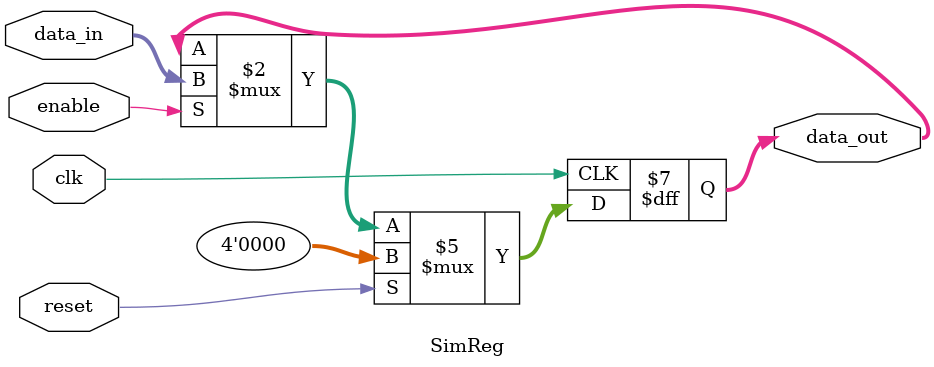
<source format=v>
module SimReg #(
  parameter DATA_WIDTH = 4,
  parameter INIT_VALUE = 0
) (
  input  clk,
  input  reset,
  input  [DATA_WIDTH-1:0] data_in,
  output reg [DATA_WIDTH-1:0] data_out,
  input  enable
);

  always @(posedge clk) begin
    if (reset) begin
      data_out <= INIT_VALUE;
    end else if (enable) begin
      data_out <= data_in;
    end
  end

endmodule

</source>
